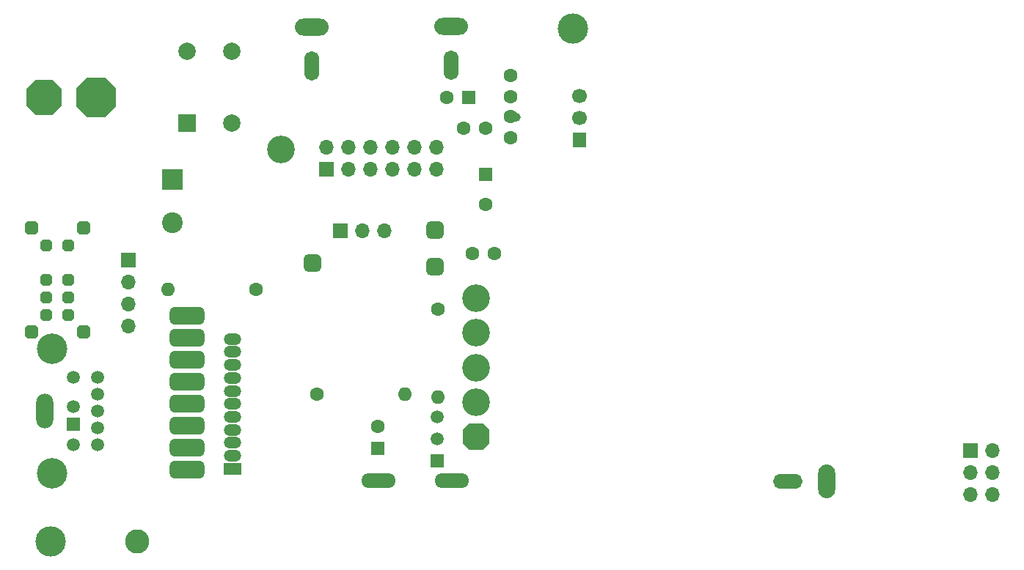
<source format=gbs>
%TF.GenerationSoftware,KiCad,Pcbnew,(6.0.1)*%
%TF.CreationDate,2022-03-11T03:42:55-07:00*%
%TF.ProjectId,Power PCB Ver C -  TH - RF is 9 Pin Genesis Port V2,506f7765-7220-4504-9342-205665722043,rev?*%
%TF.SameCoordinates,Original*%
%TF.FileFunction,Soldermask,Bot*%
%TF.FilePolarity,Negative*%
%FSLAX46Y46*%
G04 Gerber Fmt 4.6, Leading zero omitted, Abs format (unit mm)*
G04 Created by KiCad (PCBNEW (6.0.1)) date 2022-03-11 03:42:55*
%MOMM*%
%LPD*%
G01*
G04 APERTURE LIST*
G04 Aperture macros list*
%AMRoundRect*
0 Rectangle with rounded corners*
0 $1 Rounding radius*
0 $2 $3 $4 $5 $6 $7 $8 $9 X,Y pos of 4 corners*
0 Add a 4 corners polygon primitive as box body*
4,1,4,$2,$3,$4,$5,$6,$7,$8,$9,$2,$3,0*
0 Add four circle primitives for the rounded corners*
1,1,$1+$1,$2,$3*
1,1,$1+$1,$4,$5*
1,1,$1+$1,$6,$7*
1,1,$1+$1,$8,$9*
0 Add four rect primitives between the rounded corners*
20,1,$1+$1,$2,$3,$4,$5,0*
20,1,$1+$1,$4,$5,$6,$7,0*
20,1,$1+$1,$6,$7,$8,$9,0*
20,1,$1+$1,$8,$9,$2,$3,0*%
%AMOutline5P*
0 Free polygon, 5 corners , with rotation*
0 The origin of the aperture is its center*
0 number of corners: always 5*
0 $1 to $10 corner X, Y*
0 $11 Rotation angle, in degrees counterclockwise*
0 create outline with 5 corners*
4,1,5,$1,$2,$3,$4,$5,$6,$7,$8,$9,$10,$1,$2,$11*%
%AMOutline6P*
0 Free polygon, 6 corners , with rotation*
0 The origin of the aperture is its center*
0 number of corners: always 6*
0 $1 to $12 corner X, Y*
0 $13 Rotation angle, in degrees counterclockwise*
0 create outline with 6 corners*
4,1,6,$1,$2,$3,$4,$5,$6,$7,$8,$9,$10,$11,$12,$1,$2,$13*%
%AMOutline7P*
0 Free polygon, 7 corners , with rotation*
0 The origin of the aperture is its center*
0 number of corners: always 7*
0 $1 to $14 corner X, Y*
0 $15 Rotation angle, in degrees counterclockwise*
0 create outline with 7 corners*
4,1,7,$1,$2,$3,$4,$5,$6,$7,$8,$9,$10,$11,$12,$13,$14,$1,$2,$15*%
%AMOutline8P*
0 Free polygon, 8 corners , with rotation*
0 The origin of the aperture is its center*
0 number of corners: always 8*
0 $1 to $16 corner X, Y*
0 $17 Rotation angle, in degrees counterclockwise*
0 create outline with 8 corners*
4,1,8,$1,$2,$3,$4,$5,$6,$7,$8,$9,$10,$11,$12,$13,$14,$15,$16,$1,$2,$17*%
G04 Aperture macros list end*
%ADD10O,4.000000X1.700000*%
%ADD11R,1.600000X1.600000*%
%ADD12C,1.600000*%
%ADD13R,1.599997X1.700000*%
%ADD14C,1.700000*%
%ADD15C,1.000000*%
%ADD16C,1.500000*%
%ADD17R,1.500000X1.500000*%
%ADD18R,2.400000X2.400000*%
%ADD19C,2.400000*%
%ADD20R,1.700000X1.700000*%
%ADD21O,1.700000X1.700000*%
%ADD22O,1.600000X1.600000*%
%ADD23O,1.950000X3.900000*%
%ADD24O,3.400000X1.700000*%
%ADD25RoundRect,0.500000X-0.500000X-0.500000X0.500000X-0.500000X0.500000X0.500000X-0.500000X0.500000X0*%
%ADD26Outline8P,-2.000000X1.000000X-1.000000X2.000000X1.000000X2.000000X2.000000X1.000000X2.000000X-1.000000X1.000000X-2.000000X-1.000000X-2.000000X-2.000000X-1.000000X0.000000*%
%ADD27Outline8P,-2.250000X1.125000X-1.125000X2.250000X1.125000X2.250000X2.250000X1.125000X2.250000X-1.125000X1.125000X-2.250000X-1.125000X-2.250000X-2.250000X-1.125000X0.000000*%
%ADD28R,2.000000X1.350000*%
%ADD29O,2.000000X1.350000*%
%ADD30R,1.508000X1.508000*%
%ADD31C,1.508000*%
%ADD32C,3.516000*%
%ADD33O,2.000000X4.000000*%
%ADD34R,2.000000X2.000000*%
%ADD35C,2.000000*%
%ADD36O,3.900000X1.950000*%
%ADD37O,1.700000X3.400000*%
%ADD38C,3.500000*%
%ADD39C,3.200000*%
%ADD40Outline8P,-1.550000X0.775000X-0.775000X1.550000X0.775000X1.550000X1.550000X0.775000X1.550000X-0.775000X0.775000X-1.550000X-0.775000X-1.550000X-1.550000X-0.775000X90.000000*%
%ADD41C,2.800000*%
%ADD42Outline8P,-0.700000X0.350000X-0.350000X0.700000X0.350000X0.700000X0.700000X0.350000X0.700000X-0.350000X0.350000X-0.700000X-0.350000X-0.700000X-0.700000X-0.350000X270.000000*%
%ADD43Outline8P,-0.800000X0.400000X-0.400000X0.800000X0.400000X0.800000X0.800000X0.400000X0.800000X-0.400000X0.400000X-0.800000X-0.400000X-0.800000X-0.800000X-0.400000X270.000000*%
%ADD44Outline8P,-0.800000X0.400000X-0.400000X0.800000X0.400000X0.800000X0.800000X0.400000X0.800000X-0.400000X0.400000X-0.800000X-0.400000X-0.800000X-0.800000X-0.400000X90.000000*%
%ADD45RoundRect,0.500000X-1.500000X-0.500000X1.500000X-0.500000X1.500000X0.500000X-1.500000X0.500000X0*%
G04 APERTURE END LIST*
D10*
%TO.C,J13*%
X166426100Y-129393600D03*
%TD*%
%TO.C,J13*%
X158026100Y-129393600D03*
%TD*%
D11*
%TO.C,C3*%
X170376100Y-93990949D03*
D12*
X170376100Y-97490949D03*
%TD*%
D13*
%TO.C,U1*%
X181226100Y-90033600D03*
D14*
X181226100Y-87493600D03*
X181226100Y-84953600D03*
%TD*%
D15*
%TO.C,REF\u002A\u002A*%
X173876100Y-87393600D03*
%TD*%
D16*
%TO.C,Q1*%
X164736100Y-122053600D03*
X164736100Y-124593600D03*
D17*
X164736100Y-127133600D03*
%TD*%
D18*
%TO.C,C1*%
X134226100Y-94569641D03*
D19*
X134226100Y-99569641D03*
%TD*%
D11*
%TO.C,C7*%
X168401100Y-85143600D03*
D12*
X165901100Y-85143600D03*
%TD*%
D20*
%TO.C,J16*%
X153586100Y-100493600D03*
D21*
X156126100Y-100493600D03*
X158666100Y-100493600D03*
%TD*%
D12*
%TO.C,R2*%
X164876100Y-109563600D03*
D22*
X164876100Y-119723600D03*
%TD*%
D20*
%TO.C,J14*%
X226326100Y-125899600D03*
D21*
X228866100Y-125899600D03*
X226326100Y-128439600D03*
X228866100Y-128439600D03*
X226326100Y-130979600D03*
X228866100Y-130979600D03*
%TD*%
D23*
%TO.C,J19*%
X209726100Y-129499600D03*
D24*
X205226100Y-129499600D03*
%TD*%
D25*
%TO.C,J12*%
X150376100Y-104243600D03*
%TD*%
%TO.C,J10*%
X164526100Y-104643600D03*
%TD*%
D20*
%TO.C,J6*%
X151976100Y-93418600D03*
D21*
X151976100Y-90878600D03*
X154516100Y-93418600D03*
X154516100Y-90878600D03*
X157056100Y-93418600D03*
X157056100Y-90878600D03*
X159596100Y-93418600D03*
X159596100Y-90878600D03*
X162136100Y-93418600D03*
X162136100Y-90878600D03*
X164676100Y-93418600D03*
X164676100Y-90878600D03*
%TD*%
D26*
%TO.C,J1*%
X119426100Y-85113598D03*
D27*
X125426102Y-85113598D03*
%TD*%
D20*
%TO.C,J4*%
X129126100Y-103893600D03*
D21*
X129126100Y-106433600D03*
X129126100Y-108973600D03*
X129126100Y-111513600D03*
%TD*%
D25*
%TO.C,J11*%
X164526100Y-100393600D03*
%TD*%
D28*
%TO.C,J3*%
X141126100Y-128018600D03*
D29*
X141126100Y-126518600D03*
X141126100Y-125018600D03*
X141126100Y-123518600D03*
X141126100Y-122018600D03*
X141126100Y-120518600D03*
X141126100Y-119018600D03*
X141126100Y-117518600D03*
X141126100Y-116018600D03*
X141126100Y-114518600D03*
X141126100Y-113018600D03*
%TD*%
D30*
%TO.C,J20*%
X122802100Y-122827600D03*
D31*
X122802100Y-120827600D03*
X122802100Y-125227600D03*
X125602100Y-123277600D03*
X125602100Y-121327600D03*
X122802100Y-117427600D03*
X125602100Y-125227600D03*
X125602100Y-119377600D03*
X125602100Y-117427600D03*
D32*
X120352100Y-128552600D03*
X120352100Y-114102600D03*
D33*
X119452100Y-121327600D03*
%TD*%
D11*
%TO.C,C8*%
X157926100Y-125643600D03*
D12*
X157926100Y-123143600D03*
%TD*%
%TO.C,R6*%
X143836100Y-107303600D03*
D22*
X133676100Y-107303600D03*
%TD*%
D34*
%TO.C,D1*%
X135926100Y-88036100D03*
D35*
X141026100Y-88036100D03*
X141026100Y-79786100D03*
X135926100Y-79786100D03*
%TD*%
D36*
%TO.C,J17*%
X166418100Y-76877600D03*
D37*
X166418100Y-81377600D03*
%TD*%
D12*
%TO.C,C5*%
X173226100Y-82543600D03*
X173226100Y-85043600D03*
%TD*%
D38*
%TO.C,*%
X180476100Y-77113600D03*
%TD*%
%TO.C,*%
X120126100Y-136393600D03*
%TD*%
D39*
%TO.C,J2*%
X169226100Y-116313600D03*
X169226100Y-108313600D03*
X169226100Y-120313600D03*
X169226100Y-112313597D03*
D40*
X169226100Y-124313600D03*
%TD*%
D39*
%TO.C,GND*%
X146756100Y-91113600D03*
%TD*%
D41*
%TO.C,*%
X130126100Y-136393600D03*
%TD*%
D12*
%TO.C,C2*%
X168876100Y-103143600D03*
X171376100Y-103143600D03*
%TD*%
D36*
%TO.C,J18*%
X150272100Y-76971600D03*
D37*
X150272100Y-81471600D03*
%TD*%
D12*
%TO.C,C6*%
X170326100Y-88643600D03*
X167826100Y-88643600D03*
%TD*%
%TO.C,C4*%
X173226100Y-87293600D03*
X173226100Y-89793600D03*
%TD*%
D22*
%TO.C,R4*%
X161006100Y-119393600D03*
D12*
X150846100Y-119393600D03*
%TD*%
D42*
%TO.C,SW1*%
X122176100Y-102213600D03*
X119676100Y-106213600D03*
X119676100Y-108213600D03*
X119676100Y-110213600D03*
X122176100Y-106213600D03*
X122176100Y-108213600D03*
X122176100Y-110213600D03*
X119676100Y-102213600D03*
D43*
X117926100Y-100213600D03*
D44*
X117926100Y-112213600D03*
X123926100Y-112213600D03*
D43*
X123926100Y-100213600D03*
%TD*%
D45*
%TO.C,J5*%
X135876100Y-128093600D03*
X135876100Y-125553600D03*
X135876100Y-123013600D03*
X135876100Y-120473600D03*
X135876100Y-117933600D03*
X135876100Y-115393600D03*
X135876100Y-112853600D03*
X135876100Y-110313600D03*
%TD*%
M02*

</source>
